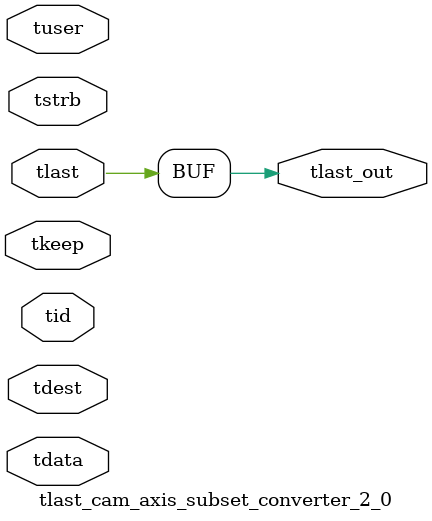
<source format=v>


`timescale 1ps/1ps

module tlast_cam_axis_subset_converter_2_0 #
(
parameter C_S_AXIS_TID_WIDTH   = 1,
parameter C_S_AXIS_TUSER_WIDTH = 0,
parameter C_S_AXIS_TDATA_WIDTH = 0,
parameter C_S_AXIS_TDEST_WIDTH = 0
)
(
input  [(C_S_AXIS_TID_WIDTH   == 0 ? 1 : C_S_AXIS_TID_WIDTH)-1:0       ] tid,
input  [(C_S_AXIS_TDATA_WIDTH == 0 ? 1 : C_S_AXIS_TDATA_WIDTH)-1:0     ] tdata,
input  [(C_S_AXIS_TUSER_WIDTH == 0 ? 1 : C_S_AXIS_TUSER_WIDTH)-1:0     ] tuser,
input  [(C_S_AXIS_TDEST_WIDTH == 0 ? 1 : C_S_AXIS_TDEST_WIDTH)-1:0     ] tdest,
input  [(C_S_AXIS_TDATA_WIDTH/8)-1:0 ] tkeep,
input  [(C_S_AXIS_TDATA_WIDTH/8)-1:0 ] tstrb,
input  [0:0]                                                             tlast,
output                                                                   tlast_out
);

assign tlast_out = {tlast};

endmodule


</source>
